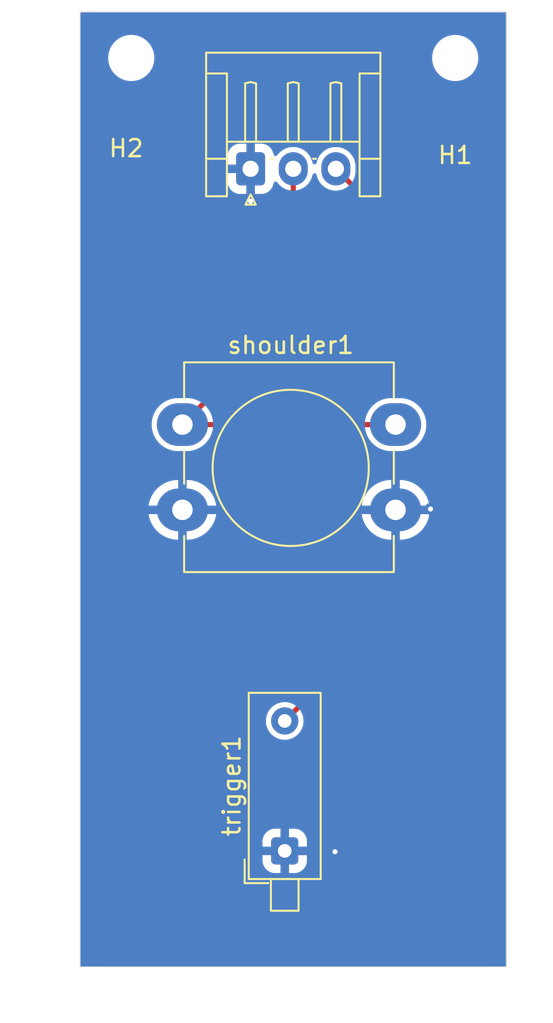
<source format=kicad_pcb>
(kicad_pcb (version 20241229) (generator "pcbnew") (generator_version "9.0")
  (layers (0 "F.Cu" signal) (2 "B.Cu" power) (13 "F.Paste" user) (15 "B.Paste" user) (5 "F.SilkS" user "F.Silkscreen") (7 "B.SilkS" user "B.Silkscreen") (1 "F.Mask" user) (3 "B.Mask" user) (25 "Edge.Cuts" user))
  (net 0 "")
  (net 1 "GND")
  (net 2 "Net-(J4-Pin_3)")
  (net 3 "Net-(J4-Pin_2)")
  (footprint "Button_Switch_THT:SW_DIP_SPSTx01_Piano_10.8x4.1mm_W7.62mm_P2.54mm" (layer "F.Cu") (at 132 180 90)
    (property "Reference" "trigger1" (at 3.81 -3.11 90) (layer "F.SilkS"))
    (property "Value" "SW_Push")
    (fp_line (start -1.89 -2.35) (end -0.507 -2.35) (stroke (width 0.12)) (layer "F.SilkS"))
    (fp_line (start -1.89 -2.35) (end -1.89 -0.967) (stroke (width 0.12)) (layer "F.SilkS"))
    (fp_line (start 9.27 -2.11) (end 9.27 2.11) (stroke (width 0.12)) (layer "F.SilkS"))
    (fp_line (start -1.65 -2.11) (end 9.27 -2.11) (stroke (width 0.12)) (layer "F.SilkS"))
    (fp_line (start -1.65 -2.11) (end -1.65 2.11) (stroke (width 0.12)) (layer "F.SilkS"))
    (fp_line (start -1.65 -0.81) (end -1.65 0.81) (stroke (width 0.12)) (layer "F.SilkS"))
    (fp_line (start -3.51 -0.81) (end -1.65 -0.81) (stroke (width 0.12)) (layer "F.SilkS"))
    (fp_line (start -1.65 0.81) (end -3.51 0.81) (stroke (width 0.12)) (layer "F.SilkS"))
    (fp_line (start -3.51 0.81) (end -3.51 -0.81) (stroke (width 0.12)) (layer "F.SilkS"))
    (fp_line (start -1.65 2.11) (end 9.27 2.11) (stroke (width 0.12)) (layer "F.SilkS"))
    (pad "1" thru_hole roundrect (at 0 0 90) (size 1.6 1.6) (drill 0.8) (layers "*.Cu" "*.Mask") (roundrect_rratio 0.15625) (net 1 "GND"))
    (pad "2" thru_hole circle (at 7.62 0 90) (size 1.6 1.6) (drill 0.8) (layers "*.Cu" "*.Mask") (net 2 "Net-(J4-Pin_3)"))
  )
  (footprint "MountingHole:MountingHole_2.2mm_M2" (layer "F.Cu") (at 123 133.5)
    (property "Reference" "H2" (at -0.3 5.3 0) (layer "F.SilkS"))
    (property "Value" "MountingHole")
    (pad "" np_thru_hole circle (at 0 0) (size 2.2 2.2) (drill 2.2) (layers "*.Cu" "*.Mask"))
  )
  (footprint "MountingHole:MountingHole_2.2mm_M2" (layer "F.Cu") (at 142 133.5)
    (property "Reference" "H1" (at 0 5.7 0) (layer "F.SilkS"))
    (property "Value" "MountingHole")
    (pad "" np_thru_hole circle (at 0 0) (size 2.2 2.2) (drill 2.2) (layers "*.Cu" "*.Mask"))
  )
  (footprint "Button_Switch_THT:SW_PUSH-12mm_Wuerth-430476085716" (layer "F.Cu") (at 126 155)
    (property "Reference" "shoulder1" (at 6.35 -4.66 0) (layer "F.SilkS"))
    (property "Value" "SW_Push")
    (fp_line (start 0.1 -3.65) (end 12.4 -3.65) (stroke (width 0.12)) (layer "F.SilkS"))
    (fp_line (start 0.1 -1.53) (end 0.1 -3.65) (stroke (width 0.12)) (layer "F.SilkS"))
    (fp_line (start 0.1 3.47) (end 0.1 1.53) (stroke (width 0.12)) (layer "F.SilkS"))
    (fp_line (start 0.1 8.65) (end 0.1 6.53) (stroke (width 0.12)) (layer "F.SilkS"))
    (fp_line (start 12.4 -3.65) (end 12.4 -1.53) (stroke (width 0.12)) (layer "F.SilkS"))
    (fp_line (start 12.4 1.53) (end 12.4 3.47) (stroke (width 0.12)) (layer "F.SilkS"))
    (fp_line (start 12.4 6.53) (end 12.4 8.65) (stroke (width 0.12)) (layer "F.SilkS"))
    (fp_line (start 12.4 8.65) (end 0.1 8.65) (stroke (width 0.12)) (layer "F.SilkS"))
    (fp_circle (center 6.35 2.54) (end 10.92905 2.54) (stroke (width 0.12)) (fill no) (layer "F.SilkS"))
    (pad "1" thru_hole oval (at 0 0) (size 3 2.5) (drill 1.2) (layers "*.Cu" "*.Mask") (net 3 "Net-(J4-Pin_2)"))
    (pad "1" thru_hole oval (at 12.5 0) (size 3 2.5) (drill 1.2) (layers "*.Cu" "*.Mask") (net 3 "Net-(J4-Pin_2)"))
    (pad "2" thru_hole oval (at 0 5) (size 3 2.5) (drill 1.2) (layers "*.Cu" "*.Mask") (net 1 "GND"))
    (pad "2" thru_hole oval (at 12.5 5) (size 3 2.5) (drill 1.2) (layers "*.Cu" "*.Mask") (net 1 "GND"))
  )
  (footprint "Connector_JST:JST_EH_S3B-EH_1x03_P2.50mm_Horizontal" (layer "F.Cu") (at 130 140)
    (property "Reference" "J4" (hide yes))
    (property "Value" "Conn_01x03_Socket")
    (fp_line (start -2.61 -6.81) (end 7.61 -6.81) (stroke (width 0.12)) (layer "F.SilkS"))
    (fp_line (start -2.61 -5.59) (end -1.39 -5.59) (stroke (width 0.12)) (layer "F.SilkS"))
    (fp_line (start -2.61 1.61) (end -2.61 -6.81) (stroke (width 0.12)) (layer "F.SilkS"))
    (fp_line (start -1.39 -5.59) (end -1.39 -0.59) (stroke (width 0.12)) (layer "F.SilkS"))
    (fp_line (start -1.39 -1.59) (end 6.39 -1.59) (stroke (width 0.12)) (layer "F.SilkS"))
    (fp_line (start -1.39 -0.59) (end -2.61 -0.59) (stroke (width 0.12)) (layer "F.SilkS"))
    (fp_line (start -1.39 -0.59) (end -1.39 1.61) (stroke (width 0.12)) (layer "F.SilkS"))
    (fp_line (start -1.39 1.61) (end -2.61 1.61) (stroke (width 0.12)) (layer "F.SilkS"))
    (fp_line (start -0.32 -5.01) (end 0 -5.09) (stroke (width 0.12)) (layer "F.SilkS"))
    (fp_line (start -0.32 -1.59) (end -0.32 -5.01) (stroke (width 0.12)) (layer "F.SilkS"))
    (fp_line (start -0.3 2.1) (end 0.3 2.1) (stroke (width 0.12)) (layer "F.SilkS"))
    (fp_line (start 0 -5.09) (end 0.32 -5.01) (stroke (width 0.12)) (layer "F.SilkS"))
    (fp_line (start 0 -1.59) (end -0.32 -1.59) (stroke (width 0.12)) (layer "F.SilkS"))
    (fp_line (start 0 1.5) (end -0.3 2.1) (stroke (width 0.12)) (layer "F.SilkS"))
    (fp_line (start 0.3 2.1) (end 0 1.5) (stroke (width 0.12)) (layer "F.SilkS"))
    (fp_line (start 0.32 -5.01) (end 0.32 -1.59) (stroke (width 0.12)) (layer "F.SilkS"))
    (fp_line (start 0.32 -1.59) (end 0 -1.59) (stroke (width 0.12)) (layer "F.SilkS"))
    (fp_line (start 1.17 -0.59) (end 1.33 -0.59) (stroke (width 0.12)) (layer "F.SilkS"))
    (fp_line (start 2.18 -5.01) (end 2.5 -5.09) (stroke (width 0.12)) (layer "F.SilkS"))
    (fp_line (start 2.18 -1.59) (end 2.18 -5.01) (stroke (width 0.12)) (layer "F.SilkS"))
    (fp_line (start 2.5 -5.09) (end 2.82 -5.01) (stroke (width 0.12)) (layer "F.SilkS"))
    (fp_line (start 2.5 -1.59) (end 2.18 -1.59) (stroke (width 0.12)) (layer "F.SilkS"))
    (fp_line (start 2.82 -5.01) (end 2.82 -1.59) (stroke (width 0.12)) (layer "F.SilkS"))
    (fp_line (start 2.82 -1.59) (end 2.5 -1.59) (stroke (width 0.12)) (layer "F.SilkS"))
    (fp_line (start 3.67 -0.59) (end 3.83 -0.59) (stroke (width 0.12)) (layer "F.SilkS"))
    (fp_line (start 4.68 -5.01) (end 5 -5.09) (stroke (width 0.12)) (layer "F.SilkS"))
    (fp_line (start 4.68 -1.59) (end 4.68 -5.01) (stroke (width 0.12)) (layer "F.SilkS"))
    (fp_line (start 5 -5.09) (end 5.32 -5.01) (stroke (width 0.12)) (layer "F.SilkS"))
    (fp_line (start 5 -1.59) (end 4.68 -1.59) (stroke (width 0.12)) (layer "F.SilkS"))
    (fp_line (start 5.32 -5.01) (end 5.32 -1.59) (stroke (width 0.12)) (layer "F.SilkS"))
    (fp_line (start 5.32 -1.59) (end 5 -1.59) (stroke (width 0.12)) (layer "F.SilkS"))
    (fp_line (start 6.39 -5.59) (end 6.39 -0.59) (stroke (width 0.12)) (layer "F.SilkS"))
    (fp_line (start 6.39 -0.59) (end 7.61 -0.59) (stroke (width 0.12)) (layer "F.SilkS"))
    (fp_line (start 6.39 1.61) (end 6.39 -0.59) (stroke (width 0.12)) (layer "F.SilkS"))
    (fp_line (start 7.61 -6.81) (end 7.61 1.61) (stroke (width 0.12)) (layer "F.SilkS"))
    (fp_line (start 7.61 -5.59) (end 6.39 -5.59) (stroke (width 0.12)) (layer "F.SilkS"))
    (fp_line (start 7.61 1.61) (end 6.39 1.61) (stroke (width 0.12)) (layer "F.SilkS"))
    (pad "1" thru_hole roundrect (at 0 0) (size 1.7 1.95) (drill 0.95) (layers "*.Cu" "*.Mask") (roundrect_rratio 0.147059) (net 1 "GND"))
    (pad "2" thru_hole oval (at 2.5 0) (size 1.7 1.95) (drill 0.95) (layers "*.Cu" "*.Mask") (net 3 "Net-(J4-Pin_2)"))
    (pad "3" thru_hole oval (at 5 0) (size 1.7 1.95) (drill 0.95) (layers "*.Cu" "*.Mask") (net 2 "Net-(J4-Pin_3)"))
  )
  (gr_line (start 120 130.8) (end 120 186.8) (stroke (width 0.05)) (layer "Edge.Cuts"))
  (gr_line (start 145 130.8) (end 145 186.8) (stroke (width 0.05)) (layer "Edge.Cuts"))
  (gr_line (start 120 130.8) (end 145 130.8) (stroke (width 0.05)) (layer "Edge.Cuts"))
  (gr_line (start 120 186.8) (end 145 186.8) (stroke (width 0.05)) (layer "Edge.Cuts"))
  (segment (start 140.5 160) (end 140.55 159.95) (width 0.5) (layer "F.Cu") (net 1))
  (segment (start 134.9 180) (end 134.95 180.05) (width 0.5) (layer "F.Cu") (net 1))
  (segment (start 138.5 160) (end 140.5 160) (width 0.5) (layer "F.Cu") (net 1))
  (segment (start 130 140) (end 130 141.9) (width 0.5) (layer "F.Cu") (net 1))
  (segment (start 132 180) (end 134.9 180) (width 0.5) (layer "F.Cu") (net 1))
  (via (at 140.55 159.95) (size 0.7) (drill 0.3) (layers "F.Cu" "B.Cu") (net 1))
  (via (at 130 141.9) (size 0.7) (drill 0.3) (layers "F.Cu" "B.Cu") (net 1))
  (via (at 134.95 180.05) (size 0.7) (drill 0.3) (layers "F.Cu" "B.Cu") (net 1))
  (segment (start 135 140) (end 141.251 146.251) (width 0.3) (layer "F.Cu") (net 2))
  (segment (start 141.251 146.251) (end 141.251 163.129) (width 0.3) (layer "F.Cu") (net 2))
  (segment (start 141.251 163.129) (end 132 172.38) (width 0.3) (layer "F.Cu") (net 2))
  (segment (start 132.5 148.5) (end 126 155) (width 0.3) (layer "F.Cu") (net 3))
  (segment (start 132.5 140) (end 132.5 148.5) (width 0.3) (layer "F.Cu") (net 3))
  (segment (start 138.5 155) (end 126 155) (width 0.3) (layer "F.Cu") (net 3))
  (zone (net 1) (net_name "GND") (layer "B.Cu") (connect_pads (clearance 0.3)) (min_thickness 0.25) (fill yes (thermal_gap 0.5) (thermal_bridge_width 0.5))
    (polygon (pts (xy 116.6 130.3) (xy 147.65 130.1) (xy 147.75 190.1) (xy 115.3 189.3)))
  )
)
</source>
